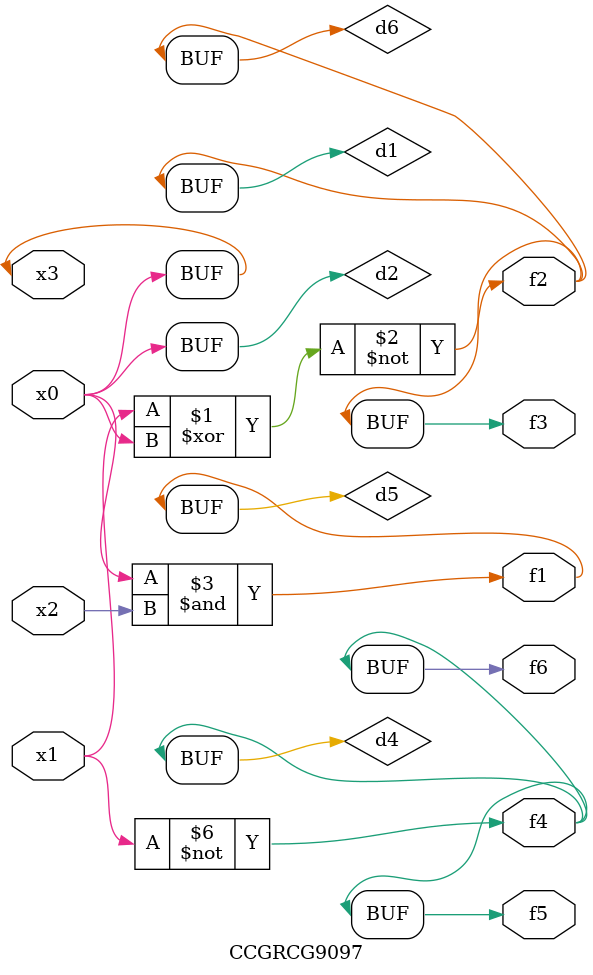
<source format=v>
module CCGRCG9097(
	input x0, x1, x2, x3,
	output f1, f2, f3, f4, f5, f6
);

	wire d1, d2, d3, d4, d5, d6;

	xnor (d1, x1, x3);
	buf (d2, x0, x3);
	nand (d3, x0, x2);
	not (d4, x1);
	nand (d5, d3);
	or (d6, d1);
	assign f1 = d5;
	assign f2 = d6;
	assign f3 = d6;
	assign f4 = d4;
	assign f5 = d4;
	assign f6 = d4;
endmodule

</source>
